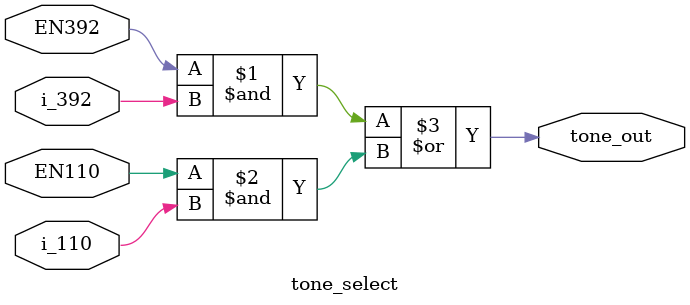
<source format=v>
`timescale 1ns / 1ps

/* This module creates two tones, one for when the sequence is correct, and 
   one for when the sequence is not correct. They will output to a piezo 
   speaker from an arduino kit */

module tone(  
  input clk,
  input EN392,
  input EN110,
  output tone_out
);
  
  // wires to tie outputs of tone_generate to inputs of tone_select
  wire w_out392;
  wire w_out110;
  
  // lower level instances
  tone_generate tg0(
    .clk(clk),
    .EN392(EN392),
    .EN110(EN110),
    .out392(w_out392),
    .out110(w_out110)
    );
  
  tone_select ts0(
    .EN392(EN392),
    .EN110(EN110),
    .i_392(w_out392),
    .i_110(w_out110),
    .tone_out(tone_out)
    );
  
endmodule
    

// responsible for generating both tones
module tone_generate(
  input clk,
  input EN392,  // 392 hz enable
  input EN110,  // 110 hz enable
  output out392,
  output out110
);
  
  reg [18:0] counter392 = 0;  
  reg [20:0] counter110 = 0;  
  
  always @ (posedge clk)
    begin 
      if (EN392)
        begin 
          if (counter392 <= 318856)  // 392 Hz wave has a period of ~2.551 ms, or 318857 counts @ 125 MHz counter (8 ns period)
            counter392 <= counter392 + 1;
          else 
            counter392 <= 0;
        end  // if (EN392)
      else
        counter392 <= 0;
    end  // always
      
  always @ (posedge clk)
    begin 
      if (EN110)
        begin 
          if (counter110 <= 1136363)  // 110 Hz wave has a period of ~9.091 ms, or 1136363 counts @ 125 MHz counter (8 ns period)
            counter110 <= counter110 + 1;
          else 
            counter110 <= 0;
        end  // if (EN110)
      else
        counter110 <= 0;
    end  // always
      
  assign out392 = (counter392 < 159428) ? 0:1;  // 392 Hz 50% duty PWM
  assign out110 = (counter110 < 568181) ? 0:1;  // 110 Hz 50% duty PWM
      
endmodule  // tone_generate


// module to select which tone to output
module tone_select(
  input EN392,  // 392 hz enable
  input EN110,  // 110 hz enable
  input i_392,
  input i_110,
  output tone_out
);
  
  // AND gates are high-enabled, so a tone will only output when its respective enable is high
  assign tone_out = (EN392 & i_392) | (EN110 & i_110);  
  
endmodule  // tone_select
        



</source>
